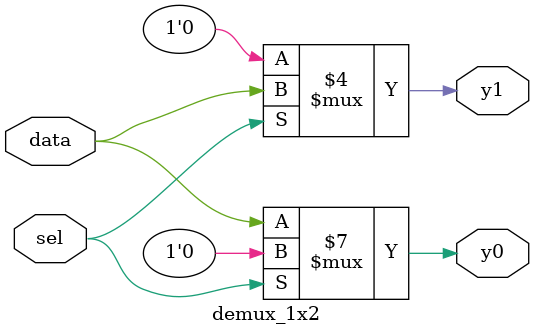
<source format=v>
`timescale 1ns / 1ps

module demux_1x2(data,sel,y0,y1);
input data,sel;
output reg y1,y0;

  always @(data or sel)begin
    if(sel==0)
    begin
      y0 = data;
      y1 = 0;
    end
    else 
      begin
      y0 = 0;
      y1 = data;
      end
end
endmodule

</source>
